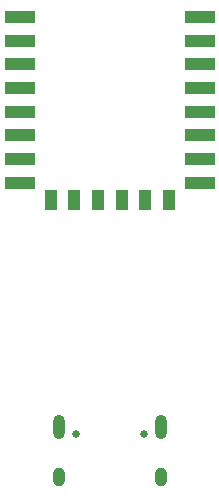
<source format=gbs>
%TF.GenerationSoftware,KiCad,Pcbnew,(6.0.4)*%
%TF.CreationDate,2023-01-26T18:28:49+01:00*%
%TF.ProjectId,hair-01,68616972-2d30-4312-9e6b-696361645f70,rev?*%
%TF.SameCoordinates,Original*%
%TF.FileFunction,Soldermask,Bot*%
%TF.FilePolarity,Negative*%
%FSLAX46Y46*%
G04 Gerber Fmt 4.6, Leading zero omitted, Abs format (unit mm)*
G04 Created by KiCad (PCBNEW (6.0.4)) date 2023-01-26 18:28:49*
%MOMM*%
%LPD*%
G01*
G04 APERTURE LIST*
%ADD10C,0.650000*%
%ADD11O,1.000000X1.600000*%
%ADD12O,1.000000X2.100000*%
%ADD13R,2.500000X1.000000*%
%ADD14R,1.000000X1.800000*%
G04 APERTURE END LIST*
D10*
X151480000Y-113950000D03*
X145700000Y-113950000D03*
D11*
X152910000Y-117600000D03*
X144270000Y-117600000D03*
D12*
X144270000Y-113420000D03*
X152910000Y-113420000D03*
D13*
X156190000Y-78700000D03*
X156190000Y-80700000D03*
X156190000Y-82700000D03*
X156190000Y-84700000D03*
X156190000Y-86700000D03*
X156190000Y-88700000D03*
X156190000Y-90700000D03*
X156190000Y-92700000D03*
D14*
X153590000Y-94200000D03*
X151590000Y-94200000D03*
X149590000Y-94200000D03*
X147590000Y-94200000D03*
X145590000Y-94200000D03*
X143590000Y-94200000D03*
D13*
X140990000Y-92700000D03*
X140990000Y-90700000D03*
X140990000Y-88700000D03*
X140990000Y-86700000D03*
X140990000Y-84700000D03*
X140990000Y-82700000D03*
X140990000Y-80700000D03*
X140990000Y-78700000D03*
M02*

</source>
